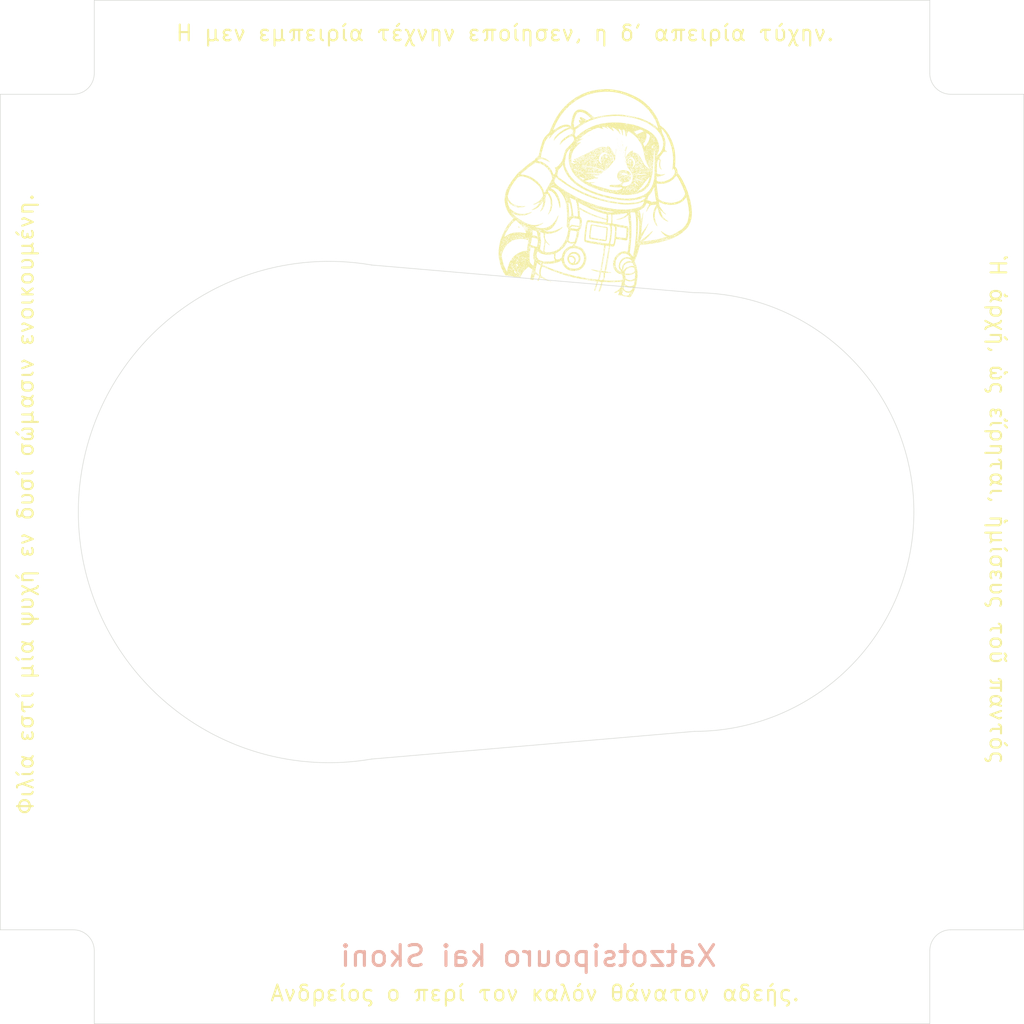
<source format=kicad_pcb>
(kicad_pcb (version 20240108) (generator "pcbnew") (generator_version "8.0")
  (layers (0 "F.Cu" signal) (31 "B.Cu" signal) (34 "B.Paste" user) (35 "F.Paste" user) (36 "B.SilkS" user "B.Silkscreen") (37 "F.SilkS" user "F.Silkscreen") (38 "B.Mask" user) (39 "F.Mask" user) (44 "Edge.Cuts" user))
  (net 0 "")
  (footprint "MountingHole:MountingHole_3.2mm_M3" (layer "F.Cu") (at 146.15 72.475)
    (property "Reference" "REF**" (hide yes))
    (property "Value" "MountingHole_3.2mm_M3" (hide yes))
    (pad "" np_thru_hole circle (at 0 0) (size 3.2 3.2) (drill 3.2) (layers "F&B.Cu" "*.Mask"))
  )
  (footprint "MountingHole:MountingHole_3.2mm_M3" (layer "F.Cu") (at 146.15 121.875)
    (property "Reference" "REF**" (hide yes))
    (property "Value" "MountingHole_3.2mm_M3" (hide yes))
    (pad "" np_thru_hole circle (at 0 0) (size 3.2 3.2) (drill 3.2) (layers "*.Cu" "*.Mask"))
  )
  (footprint "MountingHole:MountingHole_3.2mm_M3" (layer "F.Cu") (at 66.15 121.875)
    (property "Reference" "REF**" (hide yes))
    (property "Value" "MountingHole_3.2mm_M3" (hide yes))
    (pad "" np_thru_hole circle (at 0 0) (size 3.2 3.2) (drill 3.2) (layers "F&B.Cu" "*.Mask"))
  )
  (footprint "LOGO" (layer "F.Cu") (at 114.6 65.95 -10)
    (property "Reference" "G***" (hide yes))
    (property "Value" "LOGO" (hide yes))
  )
  (footprint "MountingHole:MountingHole_3.2mm_M3" (layer "F.Cu") (at 66.15 72.475)
    (property "Reference" "REF**" (hide yes))
    (property "Value" "MountingHole_3.2mm_M3" (hide yes))
    (pad "" np_thru_hole circle (at 0 0) (size 3.2 3.2) (drill 3.2) (layers "F&B.Cu" "*.Mask"))
  )
  (gr_arc (start 123.62499 76.174761) (mid 144.625238 97.175) (end 123.62499 118.175239) (stroke (width 0.05)) (layer "Edge.Cuts"))
  (gr_line (start 64.15 137.175) (end 57.15 137.175) (stroke (width 0.05)) (layer "Edge.Cuts"))
  (gr_arc (start 66.15 55.175) (mid 65.564214 56.589214) (end 64.15 57.175) (stroke (width 0.05)) (layer "Edge.Cuts"))
  (gr_arc (start 64.15 137.175) (mid 65.564214 137.760786) (end 66.15 139.175) (stroke (width 0.05)) (layer "Edge.Cuts"))
  (gr_arc (start 148.15 57.175) (mid 146.735786 56.589214) (end 146.15 55.175) (stroke (width 0.05)) (layer "Edge.Cuts"))
  (gr_line (start 66.15 139.175) (end 66.15 146.175) (stroke (width 0.05)) (layer "Edge.Cuts"))
  (gr_arc (start 92.709126 120.825064) (mid 64.624883 97.175) (end 92.709126 73.524936) (stroke (width 0.05)) (layer "Edge.Cuts"))
  (gr_line (start 146.15 48.175) (end 146.15 55.175) (stroke (width 0.05)) (layer "Edge.Cuts"))
  (gr_line (start 92.709126 120.825064) (end 123.62499 118.175239) (stroke (width 0.05)) (layer "Edge.Cuts"))
  (gr_line (start 57.15 137.175) (end 57.15 57.175) (stroke (width 0.05)) (layer "Edge.Cuts"))
  (gr_line (start 92.709126 73.524936) (end 123.62499 76.174761) (stroke (width 0.05)) (layer "Edge.Cuts"))
  (gr_line (start 66.15 48.175) (end 66.15 55.175) (stroke (width 0.05)) (layer "Edge.Cuts"))
  (gr_line (start 64.15 57.175) (end 57.15 57.175) (stroke (width 0.05)) (layer "Edge.Cuts"))
  (gr_line (start 66.15 48.175) (end 146.15 48.175) (stroke (width 0.05)) (layer "Edge.Cuts"))
  (gr_line (start 146.15 146.175) (end 66.15 146.175) (stroke (width 0.05)) (layer "Edge.Cuts"))
  (gr_line (start 155.15 137.175) (end 148.15 137.175) (stroke (width 0.05)) (layer "Edge.Cuts"))
  (gr_line (start 155.15 57.175) (end 155.15 137.175) (stroke (width 0.05)) (layer "Edge.Cuts"))
  (gr_line (start 155.15 57.175) (end 148.15 57.175) (stroke (width 0.05)) (layer "Edge.Cuts"))
  (gr_line (start 146.15 139.175) (end 146.15 146.175) (stroke (width 0.05)) (layer "Edge.Cuts"))
  (gr_arc (start 146.15 139.175) (mid 146.735786 137.760786) (end 148.15 137.175) (stroke (width 0.05)) (layer "Edge.Cuts"))
  (gr_text "Xatzotsipouro kai Skoni" (at 125.925 140.85 0) (layer "B.SilkS") (effects (font (size 2 2) (thickness 0.3)) (justify left bottom mirror)))
  (gr_text "Φιλία εστί μία ψυχή εν δυσί σώμασιν ενοικουμένη." (at 60.45 126.25 90) (layer "F.SilkS") (effects (font (size 1.5 1.5) (thickness 0.2)) (justify left bottom)))
  (gr_text "Ανδρείος ο περί τον καλόν θάνατον αδεής." (at 82.9 144.125 0) (layer "F.SilkS") (effects (font (size 1.5 1.5) (thickness 0.2)) (justify left bottom)))
  (gr_text "Ἡ ἀρχὴ, ὡς εἴρηται, ἡμίσευς τοῦ παντός" (at 151.775 72.45 -90) (layer "F.SilkS") (effects (font (size 1.5 1.5) (thickness 0.2)) (justify left bottom)))
  (gr_text "Η μεν εμπειρία τέχνην εποίησεν, η δ' απειρία τύχην." (at 73.85 52.2 0) (layer "F.SilkS") (effects (font (size 1.5 1.5) (thickness 0.2)) (justify left bottom)))
)
</source>
